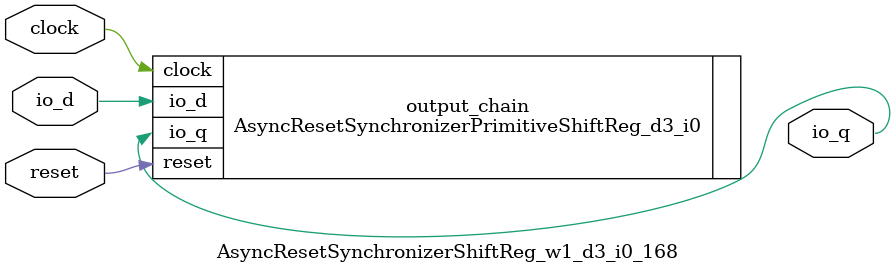
<source format=sv>
`ifndef RANDOMIZE
  `ifdef RANDOMIZE_REG_INIT
    `define RANDOMIZE
  `endif // RANDOMIZE_REG_INIT
`endif // not def RANDOMIZE
`ifndef RANDOMIZE
  `ifdef RANDOMIZE_MEM_INIT
    `define RANDOMIZE
  `endif // RANDOMIZE_MEM_INIT
`endif // not def RANDOMIZE

`ifndef RANDOM
  `define RANDOM $random
`endif // not def RANDOM

// Users can define 'PRINTF_COND' to add an extra gate to prints.
`ifndef PRINTF_COND_
  `ifdef PRINTF_COND
    `define PRINTF_COND_ (`PRINTF_COND)
  `else  // PRINTF_COND
    `define PRINTF_COND_ 1
  `endif // PRINTF_COND
`endif // not def PRINTF_COND_

// Users can define 'ASSERT_VERBOSE_COND' to add an extra gate to assert error printing.
`ifndef ASSERT_VERBOSE_COND_
  `ifdef ASSERT_VERBOSE_COND
    `define ASSERT_VERBOSE_COND_ (`ASSERT_VERBOSE_COND)
  `else  // ASSERT_VERBOSE_COND
    `define ASSERT_VERBOSE_COND_ 1
  `endif // ASSERT_VERBOSE_COND
`endif // not def ASSERT_VERBOSE_COND_

// Users can define 'STOP_COND' to add an extra gate to stop conditions.
`ifndef STOP_COND_
  `ifdef STOP_COND
    `define STOP_COND_ (`STOP_COND)
  `else  // STOP_COND
    `define STOP_COND_ 1
  `endif // STOP_COND
`endif // not def STOP_COND_

// Users can define INIT_RANDOM as general code that gets injected into the
// initializer block for modules with registers.
`ifndef INIT_RANDOM
  `define INIT_RANDOM
`endif // not def INIT_RANDOM

// If using random initialization, you can also define RANDOMIZE_DELAY to
// customize the delay used, otherwise 0.002 is used.
`ifndef RANDOMIZE_DELAY
  `define RANDOMIZE_DELAY 0.002
`endif // not def RANDOMIZE_DELAY

// Define INIT_RANDOM_PROLOG_ for use in our modules below.
`ifndef INIT_RANDOM_PROLOG_
  `ifdef RANDOMIZE
    `ifdef VERILATOR
      `define INIT_RANDOM_PROLOG_ `INIT_RANDOM
    `else  // VERILATOR
      `define INIT_RANDOM_PROLOG_ `INIT_RANDOM #`RANDOMIZE_DELAY begin end
    `endif // VERILATOR
  `else  // RANDOMIZE
    `define INIT_RANDOM_PROLOG_
  `endif // RANDOMIZE
`endif // not def INIT_RANDOM_PROLOG_

module AsyncResetSynchronizerShiftReg_w1_d3_i0_168(
  input  clock,
         reset,
         io_d,
  output io_q
);

  AsyncResetSynchronizerPrimitiveShiftReg_d3_i0 output_chain (	// @[ShiftReg.scala:45:23]
    .clock (clock),
    .reset (reset),
    .io_d  (io_d),
    .io_q  (io_q)
  );
endmodule


</source>
